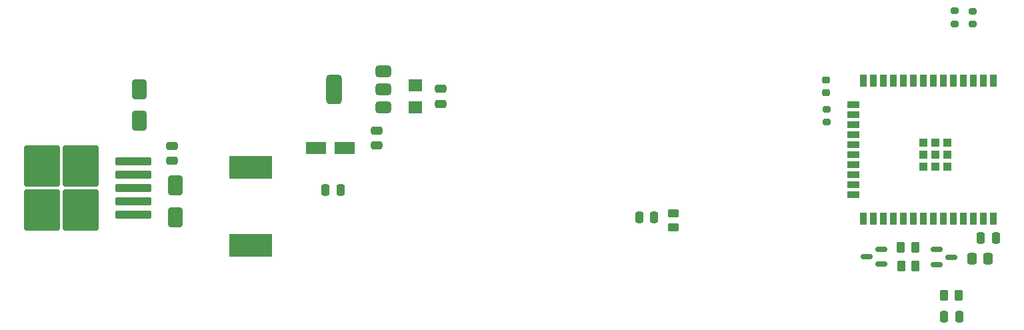
<source format=gbr>
%TF.GenerationSoftware,KiCad,Pcbnew,9.0.2*%
%TF.CreationDate,2025-06-20T14:11:32+05:30*%
%TF.ProjectId,clock,636c6f63-6b2e-46b6-9963-61645f706362,rev?*%
%TF.SameCoordinates,Original*%
%TF.FileFunction,Paste,Bot*%
%TF.FilePolarity,Positive*%
%FSLAX46Y46*%
G04 Gerber Fmt 4.6, Leading zero omitted, Abs format (unit mm)*
G04 Created by KiCad (PCBNEW 9.0.2) date 2025-06-20 14:11:32*
%MOMM*%
%LPD*%
G01*
G04 APERTURE LIST*
G04 Aperture macros list*
%AMRoundRect*
0 Rectangle with rounded corners*
0 $1 Rounding radius*
0 $2 $3 $4 $5 $6 $7 $8 $9 X,Y pos of 4 corners*
0 Add a 4 corners polygon primitive as box body*
4,1,4,$2,$3,$4,$5,$6,$7,$8,$9,$2,$3,0*
0 Add four circle primitives for the rounded corners*
1,1,$1+$1,$2,$3*
1,1,$1+$1,$4,$5*
1,1,$1+$1,$6,$7*
1,1,$1+$1,$8,$9*
0 Add four rect primitives between the rounded corners*
20,1,$1+$1,$2,$3,$4,$5,0*
20,1,$1+$1,$4,$5,$6,$7,0*
20,1,$1+$1,$6,$7,$8,$9,0*
20,1,$1+$1,$8,$9,$2,$3,0*%
G04 Aperture macros list end*
%ADD10R,5.400000X2.900000*%
%ADD11RoundRect,0.250000X1.050000X0.550000X-1.050000X0.550000X-1.050000X-0.550000X1.050000X-0.550000X0*%
%ADD12RoundRect,0.200000X-0.275000X0.200000X-0.275000X-0.200000X0.275000X-0.200000X0.275000X0.200000X0*%
%ADD13RoundRect,0.250000X0.250000X0.475000X-0.250000X0.475000X-0.250000X-0.475000X0.250000X-0.475000X0*%
%ADD14R,1.800000X1.600000*%
%ADD15R,0.900000X1.500000*%
%ADD16R,1.500000X0.900000*%
%ADD17R,1.050000X1.050000*%
%ADD18RoundRect,0.375000X0.625000X0.375000X-0.625000X0.375000X-0.625000X-0.375000X0.625000X-0.375000X0*%
%ADD19RoundRect,0.500000X0.500000X1.400000X-0.500000X1.400000X-0.500000X-1.400000X0.500000X-1.400000X0*%
%ADD20RoundRect,0.250000X-0.250000X-0.475000X0.250000X-0.475000X0.250000X0.475000X-0.250000X0.475000X0*%
%ADD21RoundRect,0.248780X-0.261220X-0.451220X0.261220X-0.451220X0.261220X0.451220X-0.261220X0.451220X0*%
%ADD22RoundRect,0.250000X-0.475000X0.250000X-0.475000X-0.250000X0.475000X-0.250000X0.475000X0.250000X0*%
%ADD23RoundRect,0.250000X0.475000X-0.250000X0.475000X0.250000X-0.475000X0.250000X-0.475000X-0.250000X0*%
%ADD24RoundRect,0.248780X0.261220X0.451220X-0.261220X0.451220X-0.261220X-0.451220X0.261220X-0.451220X0*%
%ADD25RoundRect,0.248780X-0.451220X0.261220X-0.451220X-0.261220X0.451220X-0.261220X0.451220X0.261220X0*%
%ADD26RoundRect,0.250000X2.025000X2.375000X-2.025000X2.375000X-2.025000X-2.375000X2.025000X-2.375000X0*%
%ADD27RoundRect,0.250000X2.050000X0.300000X-2.050000X0.300000X-2.050000X-0.300000X2.050000X-0.300000X0*%
%ADD28RoundRect,0.250000X-0.337500X-0.475000X0.337500X-0.475000X0.337500X0.475000X-0.337500X0.475000X0*%
%ADD29RoundRect,0.218750X-0.256250X0.218750X-0.256250X-0.218750X0.256250X-0.218750X0.256250X0.218750X0*%
%ADD30RoundRect,0.250000X0.650000X-1.000000X0.650000X1.000000X-0.650000X1.000000X-0.650000X-1.000000X0*%
%ADD31RoundRect,0.250000X-0.650000X1.000000X-0.650000X-1.000000X0.650000X-1.000000X0.650000X1.000000X0*%
%ADD32RoundRect,0.150000X-0.587500X-0.150000X0.587500X-0.150000X0.587500X0.150000X-0.587500X0.150000X0*%
%ADD33RoundRect,0.150000X0.587500X0.150000X-0.587500X0.150000X-0.587500X-0.150000X0.587500X-0.150000X0*%
G04 APERTURE END LIST*
D10*
%TO.C,L1*%
X75360000Y-129137500D03*
X75360000Y-119237500D03*
%TD*%
D11*
%TO.C,C1*%
X87270000Y-116817500D03*
X83670000Y-116817500D03*
%TD*%
D12*
%TO.C,R7*%
X167040000Y-99405000D03*
X167040000Y-101055000D03*
%TD*%
D13*
%TO.C,C12*%
X126590000Y-125575000D03*
X124690000Y-125575000D03*
%TD*%
D14*
%TO.C,C5*%
X96260000Y-108787500D03*
X96260000Y-111587500D03*
%TD*%
D15*
%TO.C,U4*%
X169660000Y-125730000D03*
X168390000Y-125730000D03*
X167120000Y-125730000D03*
X165850000Y-125730000D03*
X164580000Y-125730000D03*
X163310000Y-125730000D03*
X162040000Y-125730000D03*
X160770000Y-125730000D03*
X159500000Y-125730000D03*
X158230000Y-125730000D03*
X156960000Y-125730000D03*
X155690000Y-125730000D03*
X154420000Y-125730000D03*
X153150000Y-125730000D03*
D16*
X151900000Y-122690000D03*
X151900000Y-121420000D03*
X151900000Y-120150000D03*
X151900000Y-118880000D03*
X151900000Y-117610000D03*
X151900000Y-116340000D03*
X151900000Y-115070000D03*
X151900000Y-113800000D03*
X151900000Y-112530000D03*
X151900000Y-111260000D03*
D15*
X153150000Y-108230000D03*
X154420000Y-108230000D03*
X155690000Y-108230000D03*
X156960000Y-108230000D03*
X158230000Y-108230000D03*
X159500000Y-108230000D03*
X160770000Y-108230000D03*
X162040000Y-108230000D03*
X163310000Y-108230000D03*
X164580000Y-108230000D03*
X165850000Y-108230000D03*
X167120000Y-108230000D03*
X168390000Y-108230000D03*
X169660000Y-108230000D03*
D17*
X160795000Y-119185000D03*
X162320000Y-119185000D03*
X163845000Y-119185000D03*
X160795000Y-117660000D03*
X162320000Y-117660000D03*
X163845000Y-117660000D03*
X160795000Y-116135000D03*
X162320000Y-116135000D03*
X163845000Y-116135000D03*
%TD*%
D18*
%TO.C,U7*%
X92230000Y-107017500D03*
X92230000Y-109317500D03*
D19*
X85930000Y-109317500D03*
D18*
X92230000Y-111617500D03*
%TD*%
D20*
%TO.C,C8*%
X168075000Y-128195000D03*
X169975000Y-128195000D03*
%TD*%
D21*
%TO.C,R3*%
X157980000Y-131800000D03*
X159800000Y-131800000D03*
%TD*%
D22*
%TO.C,C2*%
X91390000Y-114547500D03*
X91390000Y-116447500D03*
%TD*%
D13*
%TO.C,C11*%
X165330000Y-138170000D03*
X163430000Y-138170000D03*
%TD*%
D23*
%TO.C,C4*%
X65380000Y-118397500D03*
X65380000Y-116497500D03*
%TD*%
D24*
%TO.C,R2*%
X159750000Y-129370000D03*
X157930000Y-129370000D03*
%TD*%
D25*
%TO.C,R1*%
X129030000Y-125065000D03*
X129030000Y-126885000D03*
%TD*%
D26*
%TO.C,U8*%
X53745000Y-124622500D03*
X53745000Y-119072500D03*
X48895000Y-124622500D03*
X48895000Y-119072500D03*
D27*
X60470000Y-118447500D03*
X60470000Y-120147500D03*
X60470000Y-121847500D03*
X60470000Y-123547500D03*
X60470000Y-125247500D03*
%TD*%
D21*
%TO.C,R4*%
X163430000Y-135450000D03*
X165250000Y-135450000D03*
%TD*%
D13*
%TO.C,C10*%
X86750000Y-122100000D03*
X84850000Y-122100000D03*
%TD*%
D28*
%TO.C,C7*%
X166962500Y-130800000D03*
X169037500Y-130800000D03*
%TD*%
D29*
%TO.C,D5*%
X148450000Y-108155000D03*
X148450000Y-109730000D03*
%TD*%
D22*
%TO.C,C6*%
X99500000Y-109257500D03*
X99500000Y-111157500D03*
%TD*%
D30*
%TO.C,D3*%
X61230000Y-113317500D03*
X61230000Y-109317500D03*
%TD*%
D31*
%TO.C,D4*%
X65800000Y-121557500D03*
X65800000Y-125557500D03*
%TD*%
D12*
%TO.C,R6*%
X164730000Y-99365000D03*
X164730000Y-101015000D03*
%TD*%
D32*
%TO.C,Q1*%
X162470000Y-131580000D03*
X162470000Y-129680000D03*
X164345000Y-130630000D03*
%TD*%
D33*
%TO.C,Q2*%
X155487500Y-129637500D03*
X155487500Y-131537500D03*
X153612500Y-130587500D03*
%TD*%
D12*
%TO.C,R5*%
X148480000Y-111865000D03*
X148480000Y-113515000D03*
%TD*%
M02*

</source>
